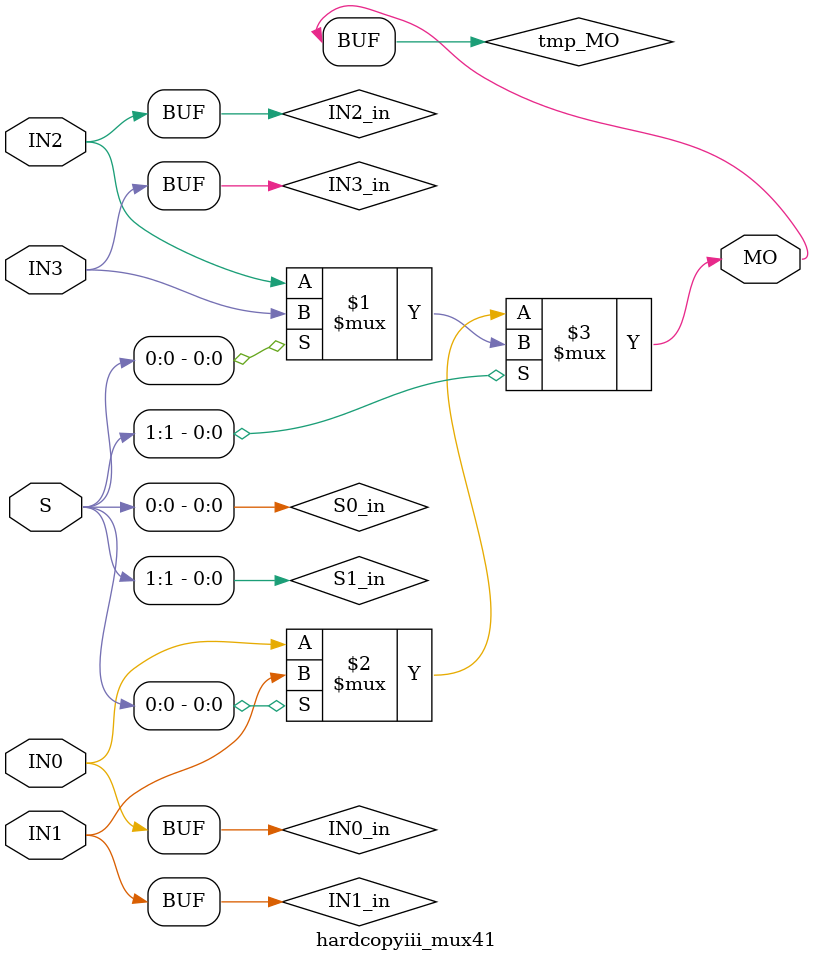
<source format=v>
module hardcopyiii_mux41 (MO, IN0, IN1, IN2, IN3, S);
   input IN0;
   input IN1;
   input IN2;
   input IN3;
   input [1:0] S;
   output MO;
   wire IN0_in;
   wire IN1_in;
   wire IN2_in;
   wire IN3_in;
   wire S1_in;
   wire S0_in;
   buf(IN0_in, IN0);
   buf(IN1_in, IN1);
   buf(IN2_in, IN2);
   buf(IN3_in, IN3);
   buf(S1_in, S[1]);
   buf(S0_in, S[0]);
   wire   tmp_MO;
   specify
      (IN0 => MO) = (0, 0);
      (IN1 => MO) = (0, 0);
      (IN2 => MO) = (0, 0);
      (IN3 => MO) = (0, 0);
      (S[1] => MO) = (0, 0);
      (S[0] => MO) = (0, 0);
   endspecify
   assign tmp_MO = S1_in ? (S0_in ? IN3_in : IN2_in) : (S0_in ? IN1_in : IN0_in);
   buf (MO, tmp_MO);
endmodule
</source>
